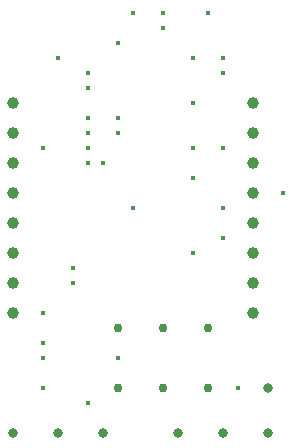
<source format=gbr>
G04 PROTEUS GERBER X2 FILE*
%TF.GenerationSoftware,Labcenter,Proteus,8.9-SP0-Build27865*%
%TF.CreationDate,2021-07-06T13:58:13+00:00*%
%TF.FileFunction,Plated,1,2,PTH*%
%TF.FilePolarity,Positive*%
%TF.Part,Single*%
%TF.SameCoordinates,{18627ce9-af7a-45ab-814d-a4259279258d}*%
%FSLAX45Y45*%
%MOMM*%
G01*
%TA.AperFunction,ViaDrill*%
%ADD26C,0.381000*%
%TA.AperFunction,ComponentDrill*%
%ADD27C,1.000000*%
%TA.AperFunction,ComponentDrill*%
%ADD28C,0.762000*%
%TA.AperFunction,ComponentDrill*%
%ADD29C,0.812800*%
%TD.AperFunction*%
D26*
X-8001000Y+1016000D03*
X-9271000Y-127000D03*
X-8636000Y+127000D03*
X-8890000Y+2159000D03*
X-7874000Y+3048000D03*
X-9017000Y+889000D03*
X-8890000Y+2413000D03*
X-8509000Y+1397000D03*
X-8001000Y+2286000D03*
X-7620000Y-127000D03*
X-8001000Y+1905000D03*
X-8890000Y+2032000D03*
X-9271000Y+127000D03*
X-8001000Y+2667000D03*
X-8890000Y+1905000D03*
X-8636000Y+2794000D03*
X-8001000Y+1651000D03*
X-9271000Y+508000D03*
X-8636000Y+2159000D03*
X-7747000Y+1397000D03*
X-9271000Y+1905000D03*
X-8763000Y+1778000D03*
X-8636000Y+2032000D03*
X-9144000Y+2667000D03*
X-8890000Y+1778000D03*
X-8255000Y+3048000D03*
X-8255000Y+2921000D03*
X-8890000Y+2540000D03*
X-7747000Y+2540000D03*
X-7239000Y+1524000D03*
X-8890000Y-254000D03*
X-9017000Y+762000D03*
X-7747000Y+1905000D03*
X-7747000Y+1143000D03*
X-8509000Y+3048000D03*
X-7747000Y+2667000D03*
X-9271000Y+254000D03*
D27*
X-7493000Y+2286000D03*
X-7493000Y+2032000D03*
X-7493000Y+1778000D03*
X-7493000Y+1524000D03*
X-7493000Y+1270000D03*
X-7493000Y+1016000D03*
X-7493000Y+762000D03*
X-7493000Y+508000D03*
X-9525000Y+508000D03*
X-9525000Y+762000D03*
X-9525000Y+1016000D03*
X-9525000Y+1270000D03*
X-9525000Y+1524000D03*
X-9525000Y+1778000D03*
X-9525000Y+2032000D03*
X-9525000Y+2286000D03*
D28*
X-8255000Y+381000D03*
X-8255000Y-127000D03*
X-7874000Y+381000D03*
X-7874000Y-127000D03*
X-8636000Y+381000D03*
X-8636000Y-127000D03*
D29*
X-9525000Y-508000D03*
X-8763000Y-508000D03*
X-9144000Y-508000D03*
X-7366000Y-508000D03*
X-7747000Y-508000D03*
X-7366000Y-127000D03*
X-8128000Y-508000D03*
M02*

</source>
